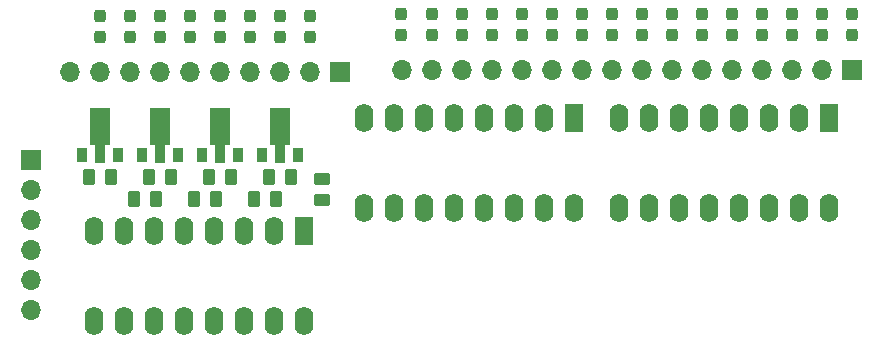
<source format=gbr>
%TF.GenerationSoftware,KiCad,Pcbnew,(7.0.0)*%
%TF.CreationDate,2023-09-21T15:04:23+02:00*%
%TF.ProjectId,hall_sensor_matrix_v2,68616c6c-5f73-4656-9e73-6f725f6d6174,rev?*%
%TF.SameCoordinates,Original*%
%TF.FileFunction,Soldermask,Top*%
%TF.FilePolarity,Negative*%
%FSLAX46Y46*%
G04 Gerber Fmt 4.6, Leading zero omitted, Abs format (unit mm)*
G04 Created by KiCad (PCBNEW (7.0.0)) date 2023-09-21 15:04:23*
%MOMM*%
%LPD*%
G01*
G04 APERTURE LIST*
G04 Aperture macros list*
%AMRoundRect*
0 Rectangle with rounded corners*
0 $1 Rounding radius*
0 $2 $3 $4 $5 $6 $7 $8 $9 X,Y pos of 4 corners*
0 Add a 4 corners polygon primitive as box body*
4,1,4,$2,$3,$4,$5,$6,$7,$8,$9,$2,$3,0*
0 Add four circle primitives for the rounded corners*
1,1,$1+$1,$2,$3*
1,1,$1+$1,$4,$5*
1,1,$1+$1,$6,$7*
1,1,$1+$1,$8,$9*
0 Add four rect primitives between the rounded corners*
20,1,$1+$1,$2,$3,$4,$5,0*
20,1,$1+$1,$4,$5,$6,$7,0*
20,1,$1+$1,$6,$7,$8,$9,0*
20,1,$1+$1,$8,$9,$2,$3,0*%
%AMFreePoly0*
4,1,9,3.862500,-0.866500,0.737500,-0.866500,0.737500,-0.450000,-0.737500,-0.450000,-0.737500,0.450000,0.737500,0.450000,0.737500,0.866500,3.862500,0.866500,3.862500,-0.866500,3.862500,-0.866500,$1*%
G04 Aperture macros list end*
%ADD10RoundRect,0.237500X-0.237500X0.287500X-0.237500X-0.287500X0.237500X-0.287500X0.237500X0.287500X0*%
%ADD11RoundRect,0.237500X0.237500X-0.287500X0.237500X0.287500X-0.237500X0.287500X-0.237500X-0.287500X0*%
%ADD12R,1.600000X2.400000*%
%ADD13O,1.600000X2.400000*%
%ADD14RoundRect,0.250000X0.262500X0.450000X-0.262500X0.450000X-0.262500X-0.450000X0.262500X-0.450000X0*%
%ADD15R,0.900000X1.300000*%
%ADD16FreePoly0,90.000000*%
%ADD17RoundRect,0.250000X0.450000X-0.262500X0.450000X0.262500X-0.450000X0.262500X-0.450000X-0.262500X0*%
%ADD18R,1.700000X1.700000*%
%ADD19O,1.700000X1.700000*%
G04 APERTURE END LIST*
D10*
%TO.C,D4*%
X91088000Y-87784500D03*
X91088000Y-89534500D03*
%TD*%
D11*
%TO.C,D19*%
X119155000Y-89365000D03*
X119155000Y-87615000D03*
%TD*%
D10*
%TO.C,D2*%
X96168000Y-87784500D03*
X96168000Y-89534500D03*
%TD*%
%TO.C,D8*%
X80928000Y-87784500D03*
X80928000Y-89534500D03*
%TD*%
D12*
%TO.C,U1*%
X98199999Y-105931499D03*
D13*
X95659999Y-105931499D03*
X93119999Y-105931499D03*
X90579999Y-105931499D03*
X88039999Y-105931499D03*
X85499999Y-105931499D03*
X82959999Y-105931499D03*
X80419999Y-105931499D03*
X80419999Y-113551499D03*
X82959999Y-113551499D03*
X85499999Y-113551499D03*
X88039999Y-113551499D03*
X90579999Y-113551499D03*
X93119999Y-113551499D03*
X95659999Y-113551499D03*
X98199999Y-113551499D03*
%TD*%
D10*
%TO.C,D7*%
X83468000Y-87784500D03*
X83468000Y-89534500D03*
%TD*%
D11*
%TO.C,D15*%
X129315000Y-89365000D03*
X129315000Y-87615000D03*
%TD*%
D14*
%TO.C,R10*%
X88905500Y-103264500D03*
X90730500Y-103264500D03*
%TD*%
D11*
%TO.C,D23*%
X108995000Y-89365000D03*
X108995000Y-87615000D03*
%TD*%
%TO.C,D22*%
X111535000Y-89365000D03*
X111535000Y-87615000D03*
%TD*%
%TO.C,D20*%
X116615000Y-89365000D03*
X116615000Y-87615000D03*
%TD*%
%TO.C,D14*%
X131855000Y-89365000D03*
X131855000Y-87615000D03*
%TD*%
D15*
%TO.C,Q6*%
X84507999Y-99499499D03*
D16*
X86008000Y-99412000D03*
D15*
X87507999Y-99499499D03*
%TD*%
%TO.C,Q8*%
X79427999Y-99499499D03*
D16*
X80928000Y-99412000D03*
D15*
X82427999Y-99499499D03*
%TD*%
D11*
%TO.C,D11*%
X139475000Y-89365000D03*
X139475000Y-87615000D03*
%TD*%
D14*
%TO.C,R4*%
X97080500Y-101359500D03*
X95255500Y-101359500D03*
%TD*%
D11*
%TO.C,D21*%
X114075000Y-89365000D03*
X114075000Y-87615000D03*
%TD*%
D17*
%TO.C,R2*%
X99724000Y-103372500D03*
X99724000Y-101547500D03*
%TD*%
D18*
%TO.C,J3*%
X144554999Y-92299999D03*
D19*
X142014999Y-92299999D03*
X139474999Y-92299999D03*
X136934999Y-92299999D03*
X134394999Y-92299999D03*
X131854999Y-92299999D03*
X129314999Y-92299999D03*
X126774999Y-92299999D03*
X124234999Y-92299999D03*
X121694999Y-92299999D03*
X119154999Y-92299999D03*
X116614999Y-92299999D03*
X114074999Y-92299999D03*
X111534999Y-92299999D03*
X108994999Y-92299999D03*
X106454999Y-92299999D03*
%TD*%
D10*
%TO.C,D1*%
X98708000Y-87784500D03*
X98708000Y-89534500D03*
%TD*%
D12*
%TO.C,U3*%
X121044999Y-96363999D03*
D13*
X118504999Y-96363999D03*
X115964999Y-96363999D03*
X113424999Y-96363999D03*
X110884999Y-96363999D03*
X108344999Y-96363999D03*
X105804999Y-96363999D03*
X103264999Y-96363999D03*
X103264999Y-103983999D03*
X105804999Y-103983999D03*
X108344999Y-103983999D03*
X110884999Y-103983999D03*
X113424999Y-103983999D03*
X115964999Y-103983999D03*
X118504999Y-103983999D03*
X121044999Y-103983999D03*
%TD*%
D14*
%TO.C,R6*%
X93985500Y-103264500D03*
X95810500Y-103264500D03*
%TD*%
D10*
%TO.C,D6*%
X86008000Y-87784500D03*
X86008000Y-89534500D03*
%TD*%
D15*
%TO.C,Q2*%
X97667999Y-99499499D03*
D16*
X96168000Y-99412000D03*
D15*
X94667999Y-99499499D03*
%TD*%
D12*
%TO.C,U2*%
X142634999Y-96363999D03*
D13*
X140094999Y-96363999D03*
X137554999Y-96363999D03*
X135014999Y-96363999D03*
X132474999Y-96363999D03*
X129934999Y-96363999D03*
X127394999Y-96363999D03*
X124854999Y-96363999D03*
X124854999Y-103983999D03*
X127394999Y-103983999D03*
X129934999Y-103983999D03*
X132474999Y-103983999D03*
X135014999Y-103983999D03*
X137554999Y-103983999D03*
X140094999Y-103983999D03*
X142634999Y-103983999D03*
%TD*%
D14*
%TO.C,R8*%
X92000500Y-101359500D03*
X90175500Y-101359500D03*
%TD*%
D11*
%TO.C,D16*%
X126775000Y-89365000D03*
X126775000Y-87615000D03*
%TD*%
%TO.C,D18*%
X121695000Y-89365000D03*
X121695000Y-87615000D03*
%TD*%
D18*
%TO.C,J1*%
X75085999Y-99919999D03*
D19*
X75085999Y-102459999D03*
X75085999Y-104999999D03*
X75085999Y-107539999D03*
X75085999Y-110079999D03*
X75085999Y-112619999D03*
%TD*%
D11*
%TO.C,D24*%
X106420000Y-89365000D03*
X106420000Y-87615000D03*
%TD*%
D10*
%TO.C,D3*%
X93628000Y-87784500D03*
X93628000Y-89534500D03*
%TD*%
D11*
%TO.C,D13*%
X134445000Y-89365000D03*
X134445000Y-87615000D03*
%TD*%
D14*
%TO.C,R12*%
X86920500Y-101359500D03*
X85095500Y-101359500D03*
%TD*%
D10*
%TO.C,D5*%
X88548000Y-87784500D03*
X88548000Y-89534500D03*
%TD*%
D18*
%TO.C,J2*%
X101247999Y-92469499D03*
D19*
X98707999Y-92469499D03*
X96167999Y-92469499D03*
X93627999Y-92469499D03*
X91087999Y-92469499D03*
X88547999Y-92469499D03*
X86007999Y-92469499D03*
X83467999Y-92469499D03*
X80927999Y-92469499D03*
X78387999Y-92469499D03*
%TD*%
D11*
%TO.C,D9*%
X144555000Y-89365000D03*
X144555000Y-87615000D03*
%TD*%
D14*
%TO.C,R16*%
X81840500Y-101359500D03*
X80015500Y-101359500D03*
%TD*%
D11*
%TO.C,D10*%
X142015000Y-89365000D03*
X142015000Y-87615000D03*
%TD*%
%TO.C,D17*%
X124235000Y-89365000D03*
X124235000Y-87615000D03*
%TD*%
%TO.C,D12*%
X136935000Y-89365000D03*
X136935000Y-87615000D03*
%TD*%
D15*
%TO.C,Q4*%
X89587999Y-99499499D03*
D16*
X91088000Y-99412000D03*
D15*
X92587999Y-99499499D03*
%TD*%
D14*
%TO.C,R14*%
X83825500Y-103264500D03*
X85650500Y-103264500D03*
%TD*%
M02*

</source>
